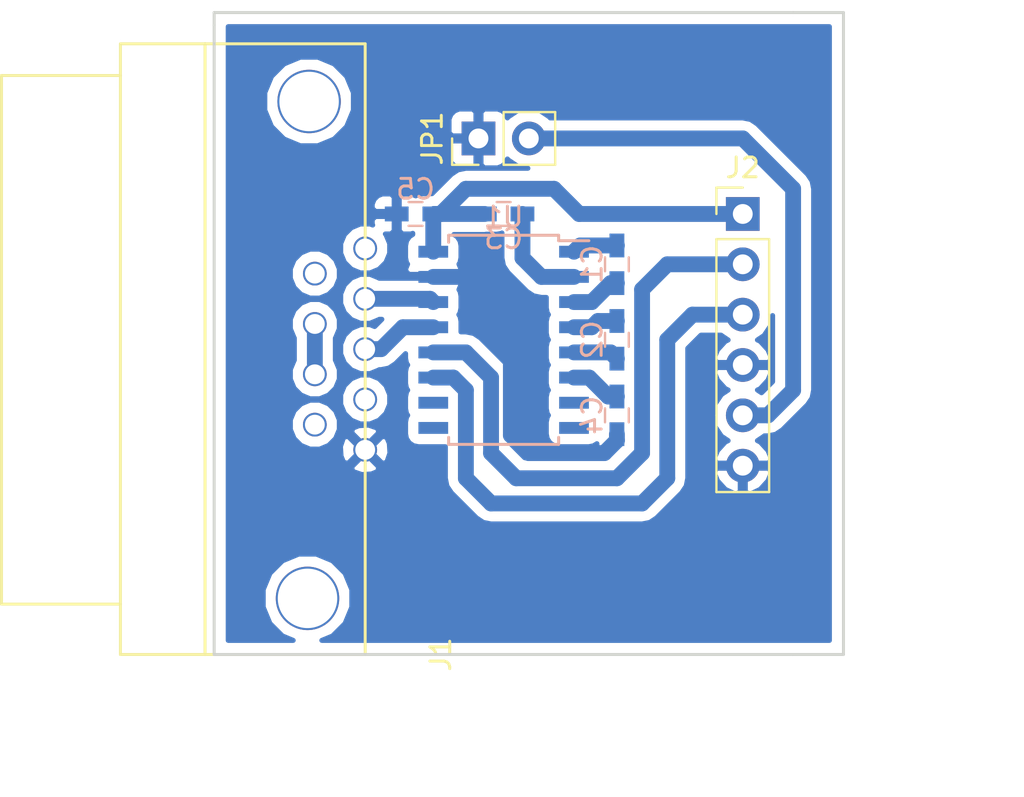
<source format=kicad_pcb>
(kicad_pcb (version 4) (host pcbnew 4.0.7)

  (general
    (links 21)
    (no_connects 0)
    (area 113.454999 87.63 169.14 127.921428)
    (thickness 1.6)
    (drawings 9)
    (tracks 60)
    (zones 0)
    (modules 9)
    (nets 23)
  )

  (page A4)
  (layers
    (0 F.Cu signal)
    (31 B.Cu signal)
    (32 B.Adhes user)
    (33 F.Adhes user)
    (34 B.Paste user)
    (35 F.Paste user)
    (36 B.SilkS user)
    (37 F.SilkS user)
    (38 B.Mask user)
    (39 F.Mask user)
    (40 Dwgs.User user)
    (41 Cmts.User user)
    (42 Eco1.User user)
    (43 Eco2.User user)
    (44 Edge.Cuts user)
    (45 Margin user)
    (46 B.CrtYd user)
    (47 F.CrtYd user)
    (48 B.Fab user)
    (49 F.Fab user)
  )

  (setup
    (last_trace_width 0.25)
    (user_trace_width 0.8)
    (trace_clearance 0.2)
    (zone_clearance 0.508)
    (zone_45_only yes)
    (trace_min 0.2)
    (segment_width 0.2)
    (edge_width 0.15)
    (via_size 0.6)
    (via_drill 0.4)
    (via_min_size 0.4)
    (via_min_drill 0.3)
    (user_via 1.5 1)
    (uvia_size 0.3)
    (uvia_drill 0.1)
    (uvias_allowed no)
    (uvia_min_size 0.2)
    (uvia_min_drill 0.1)
    (pcb_text_width 0.3)
    (pcb_text_size 1.5 1.5)
    (mod_edge_width 0.15)
    (mod_text_size 1 1)
    (mod_text_width 0.15)
    (pad_size 1.524 1.524)
    (pad_drill 0.762)
    (pad_to_mask_clearance 0.2)
    (aux_axis_origin 0 0)
    (visible_elements FFFFFF7F)
    (pcbplotparams
      (layerselection 0x01000_80000001)
      (usegerberextensions false)
      (excludeedgelayer true)
      (linewidth 0.100000)
      (plotframeref false)
      (viasonmask false)
      (mode 1)
      (useauxorigin false)
      (hpglpennumber 1)
      (hpglpenspeed 20)
      (hpglpendiameter 15)
      (hpglpenoverlay 2)
      (psnegative false)
      (psa4output false)
      (plotreference true)
      (plotvalue true)
      (plotinvisibletext false)
      (padsonsilk false)
      (subtractmaskfromsilk false)
      (outputformat 1)
      (mirror false)
      (drillshape 0)
      (scaleselection 1)
      (outputdirectory ""))
  )

  (net 0 "")
  (net 1 "Net-(C1-Pad1)")
  (net 2 "Net-(C1-Pad2)")
  (net 3 "Net-(C2-Pad1)")
  (net 4 "Net-(C2-Pad2)")
  (net 5 VCC)
  (net 6 "Net-(C3-Pad2)")
  (net 7 "Net-(C4-Pad1)")
  (net 8 GND)
  (net 9 R1IN)
  (net 10 "Net-(J1-Pad4)")
  (net 11 T1OUT)
  (net 12 "Net-(J1-Pad1)")
  (net 13 "Net-(J1-Pad9)")
  (net 14 "Net-(J1-Pad7)")
  (net 15 "Net-(J1-Pad6)")
  (net 16 R1OUT)
  (net 17 T1IN)
  (net 18 "Net-(J2-Pad5)")
  (net 19 "Net-(U1-Pad7)")
  (net 20 "Net-(U1-Pad8)")
  (net 21 "Net-(U1-Pad9)")
  (net 22 "Net-(U1-Pad10)")

  (net_class Default "これは標準のネット クラスです。"
    (clearance 0.2)
    (trace_width 0.25)
    (via_dia 0.6)
    (via_drill 0.4)
    (uvia_dia 0.3)
    (uvia_drill 0.1)
    (add_net GND)
    (add_net "Net-(C1-Pad1)")
    (add_net "Net-(C1-Pad2)")
    (add_net "Net-(C2-Pad1)")
    (add_net "Net-(C2-Pad2)")
    (add_net "Net-(C3-Pad2)")
    (add_net "Net-(C4-Pad1)")
    (add_net "Net-(J1-Pad1)")
    (add_net "Net-(J1-Pad4)")
    (add_net "Net-(J1-Pad6)")
    (add_net "Net-(J1-Pad7)")
    (add_net "Net-(J1-Pad9)")
    (add_net "Net-(J2-Pad5)")
    (add_net "Net-(U1-Pad10)")
    (add_net "Net-(U1-Pad7)")
    (add_net "Net-(U1-Pad8)")
    (add_net "Net-(U1-Pad9)")
    (add_net R1IN)
    (add_net R1OUT)
    (add_net T1IN)
    (add_net T1OUT)
    (add_net VCC)
  )

  (module Capacitors_SMD:C_0603_HandSoldering (layer B.Cu) (tedit 58AA848B) (tstamp 5B24D302)
    (at 144.78 100.965 270)
    (descr "Capacitor SMD 0603, hand soldering")
    (tags "capacitor 0603")
    (path /5B22F4D4)
    (attr smd)
    (fp_text reference C1 (at 0 1.25 270) (layer B.SilkS)
      (effects (font (size 1 1) (thickness 0.15)) (justify mirror))
    )
    (fp_text value 0.1uF (at 0 -1.5 270) (layer B.Fab)
      (effects (font (size 1 1) (thickness 0.15)) (justify mirror))
    )
    (fp_text user %R (at 0 1.25 270) (layer B.Fab)
      (effects (font (size 1 1) (thickness 0.15)) (justify mirror))
    )
    (fp_line (start -0.8 -0.4) (end -0.8 0.4) (layer B.Fab) (width 0.1))
    (fp_line (start 0.8 -0.4) (end -0.8 -0.4) (layer B.Fab) (width 0.1))
    (fp_line (start 0.8 0.4) (end 0.8 -0.4) (layer B.Fab) (width 0.1))
    (fp_line (start -0.8 0.4) (end 0.8 0.4) (layer B.Fab) (width 0.1))
    (fp_line (start -0.35 0.6) (end 0.35 0.6) (layer B.SilkS) (width 0.12))
    (fp_line (start 0.35 -0.6) (end -0.35 -0.6) (layer B.SilkS) (width 0.12))
    (fp_line (start -1.8 0.65) (end 1.8 0.65) (layer B.CrtYd) (width 0.05))
    (fp_line (start -1.8 0.65) (end -1.8 -0.65) (layer B.CrtYd) (width 0.05))
    (fp_line (start 1.8 -0.65) (end 1.8 0.65) (layer B.CrtYd) (width 0.05))
    (fp_line (start 1.8 -0.65) (end -1.8 -0.65) (layer B.CrtYd) (width 0.05))
    (pad 1 smd rect (at -0.95 0 270) (size 1.2 0.75) (layers B.Cu B.Paste B.Mask)
      (net 1 "Net-(C1-Pad1)"))
    (pad 2 smd rect (at 0.95 0 270) (size 1.2 0.75) (layers B.Cu B.Paste B.Mask)
      (net 2 "Net-(C1-Pad2)"))
    (model Capacitors_SMD.3dshapes/C_0603.wrl
      (at (xyz 0 0 0))
      (scale (xyz 1 1 1))
      (rotate (xyz 0 0 0))
    )
  )

  (module Capacitors_SMD:C_0603_HandSoldering (layer B.Cu) (tedit 58AA848B) (tstamp 5B24D313)
    (at 144.78 104.775 270)
    (descr "Capacitor SMD 0603, hand soldering")
    (tags "capacitor 0603")
    (path /5B22F4AD)
    (attr smd)
    (fp_text reference C2 (at 0 1.25 270) (layer B.SilkS)
      (effects (font (size 1 1) (thickness 0.15)) (justify mirror))
    )
    (fp_text value 0.1uF (at 0 -1.5 270) (layer B.Fab)
      (effects (font (size 1 1) (thickness 0.15)) (justify mirror))
    )
    (fp_text user %R (at 0 1.25 270) (layer B.Fab)
      (effects (font (size 1 1) (thickness 0.15)) (justify mirror))
    )
    (fp_line (start -0.8 -0.4) (end -0.8 0.4) (layer B.Fab) (width 0.1))
    (fp_line (start 0.8 -0.4) (end -0.8 -0.4) (layer B.Fab) (width 0.1))
    (fp_line (start 0.8 0.4) (end 0.8 -0.4) (layer B.Fab) (width 0.1))
    (fp_line (start -0.8 0.4) (end 0.8 0.4) (layer B.Fab) (width 0.1))
    (fp_line (start -0.35 0.6) (end 0.35 0.6) (layer B.SilkS) (width 0.12))
    (fp_line (start 0.35 -0.6) (end -0.35 -0.6) (layer B.SilkS) (width 0.12))
    (fp_line (start -1.8 0.65) (end 1.8 0.65) (layer B.CrtYd) (width 0.05))
    (fp_line (start -1.8 0.65) (end -1.8 -0.65) (layer B.CrtYd) (width 0.05))
    (fp_line (start 1.8 -0.65) (end 1.8 0.65) (layer B.CrtYd) (width 0.05))
    (fp_line (start 1.8 -0.65) (end -1.8 -0.65) (layer B.CrtYd) (width 0.05))
    (pad 1 smd rect (at -0.95 0 270) (size 1.2 0.75) (layers B.Cu B.Paste B.Mask)
      (net 3 "Net-(C2-Pad1)"))
    (pad 2 smd rect (at 0.95 0 270) (size 1.2 0.75) (layers B.Cu B.Paste B.Mask)
      (net 4 "Net-(C2-Pad2)"))
    (model Capacitors_SMD.3dshapes/C_0603.wrl
      (at (xyz 0 0 0))
      (scale (xyz 1 1 1))
      (rotate (xyz 0 0 0))
    )
  )

  (module Capacitors_SMD:C_0603_HandSoldering (layer B.Cu) (tedit 5B24D2D2) (tstamp 5B24D324)
    (at 139.065 98.425)
    (descr "Capacitor SMD 0603, hand soldering")
    (tags "capacitor 0603")
    (path /5B22FCA2)
    (attr smd)
    (fp_text reference C3 (at 0 1.25) (layer B.SilkS)
      (effects (font (size 1 1) (thickness 0.15)) (justify mirror))
    )
    (fp_text value 0.1uF (at 0.0889 2.9464) (layer B.Fab)
      (effects (font (size 1 1) (thickness 0.15)) (justify mirror))
    )
    (fp_text user %R (at 0 1.25) (layer B.Fab)
      (effects (font (size 1 1) (thickness 0.15)) (justify mirror))
    )
    (fp_line (start -0.8 -0.4) (end -0.8 0.4) (layer B.Fab) (width 0.1))
    (fp_line (start 0.8 -0.4) (end -0.8 -0.4) (layer B.Fab) (width 0.1))
    (fp_line (start 0.8 0.4) (end 0.8 -0.4) (layer B.Fab) (width 0.1))
    (fp_line (start -0.8 0.4) (end 0.8 0.4) (layer B.Fab) (width 0.1))
    (fp_line (start -0.35 0.6) (end 0.35 0.6) (layer B.SilkS) (width 0.12))
    (fp_line (start 0.35 -0.6) (end -0.35 -0.6) (layer B.SilkS) (width 0.12))
    (fp_line (start -1.8 0.65) (end 1.8 0.65) (layer B.CrtYd) (width 0.05))
    (fp_line (start -1.8 0.65) (end -1.8 -0.65) (layer B.CrtYd) (width 0.05))
    (fp_line (start 1.8 -0.65) (end 1.8 0.65) (layer B.CrtYd) (width 0.05))
    (fp_line (start 1.8 -0.65) (end -1.8 -0.65) (layer B.CrtYd) (width 0.05))
    (pad 1 smd rect (at -0.95 0) (size 1.2 0.75) (layers B.Cu B.Paste B.Mask)
      (net 5 VCC))
    (pad 2 smd rect (at 0.95 0) (size 1.2 0.75) (layers B.Cu B.Paste B.Mask)
      (net 6 "Net-(C3-Pad2)"))
    (model Capacitors_SMD.3dshapes/C_0603.wrl
      (at (xyz 0 0 0))
      (scale (xyz 1 1 1))
      (rotate (xyz 0 0 0))
    )
  )

  (module Capacitors_SMD:C_0603_HandSoldering (layer B.Cu) (tedit 58AA848B) (tstamp 5B24D335)
    (at 144.78 108.585 270)
    (descr "Capacitor SMD 0603, hand soldering")
    (tags "capacitor 0603")
    (path /5B22F803)
    (attr smd)
    (fp_text reference C4 (at 0 1.25 270) (layer B.SilkS)
      (effects (font (size 1 1) (thickness 0.15)) (justify mirror))
    )
    (fp_text value 0.1uF (at 0 -1.5 270) (layer B.Fab)
      (effects (font (size 1 1) (thickness 0.15)) (justify mirror))
    )
    (fp_text user %R (at 0 1.25 270) (layer B.Fab)
      (effects (font (size 1 1) (thickness 0.15)) (justify mirror))
    )
    (fp_line (start -0.8 -0.4) (end -0.8 0.4) (layer B.Fab) (width 0.1))
    (fp_line (start 0.8 -0.4) (end -0.8 -0.4) (layer B.Fab) (width 0.1))
    (fp_line (start 0.8 0.4) (end 0.8 -0.4) (layer B.Fab) (width 0.1))
    (fp_line (start -0.8 0.4) (end 0.8 0.4) (layer B.Fab) (width 0.1))
    (fp_line (start -0.35 0.6) (end 0.35 0.6) (layer B.SilkS) (width 0.12))
    (fp_line (start 0.35 -0.6) (end -0.35 -0.6) (layer B.SilkS) (width 0.12))
    (fp_line (start -1.8 0.65) (end 1.8 0.65) (layer B.CrtYd) (width 0.05))
    (fp_line (start -1.8 0.65) (end -1.8 -0.65) (layer B.CrtYd) (width 0.05))
    (fp_line (start 1.8 -0.65) (end 1.8 0.65) (layer B.CrtYd) (width 0.05))
    (fp_line (start 1.8 -0.65) (end -1.8 -0.65) (layer B.CrtYd) (width 0.05))
    (pad 1 smd rect (at -0.95 0 270) (size 1.2 0.75) (layers B.Cu B.Paste B.Mask)
      (net 7 "Net-(C4-Pad1)"))
    (pad 2 smd rect (at 0.95 0 270) (size 1.2 0.75) (layers B.Cu B.Paste B.Mask)
      (net 8 GND))
    (model Capacitors_SMD.3dshapes/C_0603.wrl
      (at (xyz 0 0 0))
      (scale (xyz 1 1 1))
      (rotate (xyz 0 0 0))
    )
  )

  (module Capacitors_SMD:C_0603_HandSoldering (layer B.Cu) (tedit 58AA848B) (tstamp 5B24D346)
    (at 134.62 98.425 180)
    (descr "Capacitor SMD 0603, hand soldering")
    (tags "capacitor 0603")
    (path /5B22F9C7)
    (attr smd)
    (fp_text reference C5 (at 0 1.25 180) (layer B.SilkS)
      (effects (font (size 1 1) (thickness 0.15)) (justify mirror))
    )
    (fp_text value 0.1uF (at 0 -1.5 180) (layer B.Fab)
      (effects (font (size 1 1) (thickness 0.15)) (justify mirror))
    )
    (fp_text user %R (at 0 1.25 180) (layer B.Fab)
      (effects (font (size 1 1) (thickness 0.15)) (justify mirror))
    )
    (fp_line (start -0.8 -0.4) (end -0.8 0.4) (layer B.Fab) (width 0.1))
    (fp_line (start 0.8 -0.4) (end -0.8 -0.4) (layer B.Fab) (width 0.1))
    (fp_line (start 0.8 0.4) (end 0.8 -0.4) (layer B.Fab) (width 0.1))
    (fp_line (start -0.8 0.4) (end 0.8 0.4) (layer B.Fab) (width 0.1))
    (fp_line (start -0.35 0.6) (end 0.35 0.6) (layer B.SilkS) (width 0.12))
    (fp_line (start 0.35 -0.6) (end -0.35 -0.6) (layer B.SilkS) (width 0.12))
    (fp_line (start -1.8 0.65) (end 1.8 0.65) (layer B.CrtYd) (width 0.05))
    (fp_line (start -1.8 0.65) (end -1.8 -0.65) (layer B.CrtYd) (width 0.05))
    (fp_line (start 1.8 -0.65) (end 1.8 0.65) (layer B.CrtYd) (width 0.05))
    (fp_line (start 1.8 -0.65) (end -1.8 -0.65) (layer B.CrtYd) (width 0.05))
    (pad 1 smd rect (at -0.95 0 180) (size 1.2 0.75) (layers B.Cu B.Paste B.Mask)
      (net 5 VCC))
    (pad 2 smd rect (at 0.95 0 180) (size 1.2 0.75) (layers B.Cu B.Paste B.Mask)
      (net 8 GND))
    (model Capacitors_SMD.3dshapes/C_0603.wrl
      (at (xyz 0 0 0))
      (scale (xyz 1 1 1))
      (rotate (xyz 0 0 0))
    )
  )

  (module "MyLib:D-SUB Position 9 rightangle" (layer F.Cu) (tedit 5B24B89B) (tstamp 5B24D35D)
    (at 132.08 120.65 90)
    (path /5B22F1AF)
    (fp_text reference J1 (at 0 3.81 90) (layer F.SilkS)
      (effects (font (size 1 1) (thickness 0.15)))
    )
    (fp_text value TIA/EIA-232-Male (at 0 2.54 90) (layer F.Fab)
      (effects (font (size 1 1) (thickness 0.15)))
    )
    (fp_line (start 29.21 -18.35) (end 29.21 -12.35) (layer F.SilkS) (width 0.15))
    (fp_line (start 2.54 -18.35) (end 2.54 -12.35) (layer F.SilkS) (width 0.15))
    (fp_line (start 2.54 -18.35) (end 29.21 -18.35) (layer F.SilkS) (width 0.15))
    (fp_line (start 0 -8.08) (end 30.82 -8.08) (layer F.SilkS) (width 0.15))
    (fp_line (start 30.81 0) (end 0 0) (layer F.SilkS) (width 0.15))
    (fp_line (start 30.81 -12.35) (end 30.81 0) (layer F.SilkS) (width 0.15))
    (fp_line (start 0 0) (end 0 -12.35) (layer F.SilkS) (width 0.15))
    (fp_line (start 0 -12.35) (end 30.81 -12.35) (layer F.SilkS) (width 0.15))
    (pad "" thru_hole circle (at 2.83 -2.91 90) (size 3.2 3.2) (drill 3) (layers *.Cu *.Mask))
    (pad "" thru_hole circle (at 27.9 -2.83 90) (size 3.2 3.2) (drill 3) (layers *.Cu *.Mask))
    (pad 3 thru_hole circle (at 15.405 0 90) (size 1.2 1.2) (drill 1) (layers *.Cu *.Mask)
      (net 9 R1IN))
    (pad 4 thru_hole circle (at 12.865 0 90) (size 1.2 1.2) (drill 1) (layers *.Cu *.Mask)
      (net 10 "Net-(J1-Pad4)"))
    (pad 2 thru_hole circle (at 17.945 0 90) (size 1.2 1.2) (drill 1) (layers *.Cu *.Mask)
      (net 11 T1OUT))
    (pad 1 thru_hole circle (at 20.485 0 90) (size 1.2 1.2) (drill 1) (layers *.Cu *.Mask)
      (net 12 "Net-(J1-Pad1)"))
    (pad 5 thru_hole circle (at 10.325 0 90) (size 1.2 1.2) (drill 1) (layers *.Cu *.Mask)
      (net 8 GND))
    (pad 9 thru_hole circle (at 11.595 -2.54 90) (size 1.2 1.2) (drill 1) (layers *.Cu *.Mask)
      (net 13 "Net-(J1-Pad9)"))
    (pad 8 thru_hole circle (at 14.135 -2.54 90) (size 1.2 1.2) (drill 1) (layers *.Cu *.Mask)
      (net 14 "Net-(J1-Pad7)"))
    (pad 7 thru_hole circle (at 16.675 -2.54 90) (size 1.2 1.2) (drill 1) (layers *.Cu *.Mask)
      (net 14 "Net-(J1-Pad7)"))
    (pad 6 thru_hole circle (at 19.215 -2.54 90) (size 1.2 1.2) (drill 1) (layers *.Cu *.Mask)
      (net 15 "Net-(J1-Pad6)"))
  )

  (module Pin_Headers:Pin_Header_Straight_1x06_Pitch2.54mm (layer F.Cu) (tedit 59650532) (tstamp 5B24D377)
    (at 151.13 98.425)
    (descr "Through hole straight pin header, 1x06, 2.54mm pitch, single row")
    (tags "Through hole pin header THT 1x06 2.54mm single row")
    (path /5B230A0C)
    (fp_text reference J2 (at 0 -2.33) (layer F.SilkS)
      (effects (font (size 1 1) (thickness 0.15)))
    )
    (fp_text value USB (at 0 15.03) (layer F.Fab)
      (effects (font (size 1 1) (thickness 0.15)))
    )
    (fp_line (start -0.635 -1.27) (end 1.27 -1.27) (layer F.Fab) (width 0.1))
    (fp_line (start 1.27 -1.27) (end 1.27 13.97) (layer F.Fab) (width 0.1))
    (fp_line (start 1.27 13.97) (end -1.27 13.97) (layer F.Fab) (width 0.1))
    (fp_line (start -1.27 13.97) (end -1.27 -0.635) (layer F.Fab) (width 0.1))
    (fp_line (start -1.27 -0.635) (end -0.635 -1.27) (layer F.Fab) (width 0.1))
    (fp_line (start -1.33 14.03) (end 1.33 14.03) (layer F.SilkS) (width 0.12))
    (fp_line (start -1.33 1.27) (end -1.33 14.03) (layer F.SilkS) (width 0.12))
    (fp_line (start 1.33 1.27) (end 1.33 14.03) (layer F.SilkS) (width 0.12))
    (fp_line (start -1.33 1.27) (end 1.33 1.27) (layer F.SilkS) (width 0.12))
    (fp_line (start -1.33 0) (end -1.33 -1.33) (layer F.SilkS) (width 0.12))
    (fp_line (start -1.33 -1.33) (end 0 -1.33) (layer F.SilkS) (width 0.12))
    (fp_line (start -1.8 -1.8) (end -1.8 14.5) (layer F.CrtYd) (width 0.05))
    (fp_line (start -1.8 14.5) (end 1.8 14.5) (layer F.CrtYd) (width 0.05))
    (fp_line (start 1.8 14.5) (end 1.8 -1.8) (layer F.CrtYd) (width 0.05))
    (fp_line (start 1.8 -1.8) (end -1.8 -1.8) (layer F.CrtYd) (width 0.05))
    (fp_text user %R (at 0 6.35 90) (layer F.Fab)
      (effects (font (size 1 1) (thickness 0.15)))
    )
    (pad 1 thru_hole rect (at 0 0) (size 1.7 1.7) (drill 1) (layers *.Cu *.Mask)
      (net 5 VCC))
    (pad 2 thru_hole oval (at 0 2.54) (size 1.7 1.7) (drill 1) (layers *.Cu *.Mask)
      (net 16 R1OUT))
    (pad 3 thru_hole oval (at 0 5.08) (size 1.7 1.7) (drill 1) (layers *.Cu *.Mask)
      (net 17 T1IN))
    (pad 4 thru_hole oval (at 0 7.62) (size 1.7 1.7) (drill 1) (layers *.Cu *.Mask)
      (net 8 GND))
    (pad 5 thru_hole oval (at 0 10.16) (size 1.7 1.7) (drill 1) (layers *.Cu *.Mask)
      (net 18 "Net-(J2-Pad5)"))
    (pad 6 thru_hole oval (at 0 12.7) (size 1.7 1.7) (drill 1) (layers *.Cu *.Mask)
      (net 8 GND))
    (model ${KISYS3DMOD}/Pin_Headers.3dshapes/Pin_Header_Straight_1x06_Pitch2.54mm.wrl
      (at (xyz 0 0 0))
      (scale (xyz 1 1 1))
      (rotate (xyz 0 0 0))
    )
  )

  (module Pin_Headers:Pin_Header_Straight_1x02_Pitch2.54mm (layer F.Cu) (tedit 59650532) (tstamp 5B24D38D)
    (at 137.795 94.615 90)
    (descr "Through hole straight pin header, 1x02, 2.54mm pitch, single row")
    (tags "Through hole pin header THT 1x02 2.54mm single row")
    (path /5B230CB0)
    (fp_text reference JP1 (at 0 -2.33 90) (layer F.SilkS)
      (effects (font (size 1 1) (thickness 0.15)))
    )
    (fp_text value Reset (at 0 4.87 90) (layer F.Fab)
      (effects (font (size 1 1) (thickness 0.15)))
    )
    (fp_line (start -0.635 -1.27) (end 1.27 -1.27) (layer F.Fab) (width 0.1))
    (fp_line (start 1.27 -1.27) (end 1.27 3.81) (layer F.Fab) (width 0.1))
    (fp_line (start 1.27 3.81) (end -1.27 3.81) (layer F.Fab) (width 0.1))
    (fp_line (start -1.27 3.81) (end -1.27 -0.635) (layer F.Fab) (width 0.1))
    (fp_line (start -1.27 -0.635) (end -0.635 -1.27) (layer F.Fab) (width 0.1))
    (fp_line (start -1.33 3.87) (end 1.33 3.87) (layer F.SilkS) (width 0.12))
    (fp_line (start -1.33 1.27) (end -1.33 3.87) (layer F.SilkS) (width 0.12))
    (fp_line (start 1.33 1.27) (end 1.33 3.87) (layer F.SilkS) (width 0.12))
    (fp_line (start -1.33 1.27) (end 1.33 1.27) (layer F.SilkS) (width 0.12))
    (fp_line (start -1.33 0) (end -1.33 -1.33) (layer F.SilkS) (width 0.12))
    (fp_line (start -1.33 -1.33) (end 0 -1.33) (layer F.SilkS) (width 0.12))
    (fp_line (start -1.8 -1.8) (end -1.8 4.35) (layer F.CrtYd) (width 0.05))
    (fp_line (start -1.8 4.35) (end 1.8 4.35) (layer F.CrtYd) (width 0.05))
    (fp_line (start 1.8 4.35) (end 1.8 -1.8) (layer F.CrtYd) (width 0.05))
    (fp_line (start 1.8 -1.8) (end -1.8 -1.8) (layer F.CrtYd) (width 0.05))
    (fp_text user %R (at 0 1.27 180) (layer F.Fab)
      (effects (font (size 1 1) (thickness 0.15)))
    )
    (pad 1 thru_hole rect (at 0 0 90) (size 1.7 1.7) (drill 1) (layers *.Cu *.Mask)
      (net 8 GND))
    (pad 2 thru_hole oval (at 0 2.54 90) (size 1.7 1.7) (drill 1) (layers *.Cu *.Mask)
      (net 18 "Net-(J2-Pad5)"))
    (model ${KISYS3DMOD}/Pin_Headers.3dshapes/Pin_Header_Straight_1x02_Pitch2.54mm.wrl
      (at (xyz 0 0 0))
      (scale (xyz 1 1 1))
      (rotate (xyz 0 0 0))
    )
  )

  (module Housings_SOIC:SOIC-16W_5.3x10.2mm_Pitch1.27mm (layer B.Cu) (tedit 59822E37) (tstamp 5B24D3B2)
    (at 139.065 104.775 180)
    (descr "16-Lead Plastic Small Outline (SO) - Wide, 5.3 mm Body (http://www.ti.com/lit/ml/msop002a/msop002a.pdf)")
    (tags "SOIC 1.27")
    (path /5B230F17)
    (attr smd)
    (fp_text reference U1 (at 0 6.2 180) (layer B.SilkS)
      (effects (font (size 1 1) (thickness 0.15)) (justify mirror))
    )
    (fp_text value MAX232 (at 0 -6.2 180) (layer B.Fab)
      (effects (font (size 1 1) (thickness 0.15)) (justify mirror))
    )
    (fp_text user %R (at 0 0 180) (layer B.Fab)
      (effects (font (size 1 1) (thickness 0.15)) (justify mirror))
    )
    (fp_line (start -1.65 5.1) (end 2.65 5.1) (layer B.Fab) (width 0.15))
    (fp_line (start 2.65 5.1) (end 2.65 -5.1) (layer B.Fab) (width 0.15))
    (fp_line (start 2.65 -5.1) (end -2.65 -5.1) (layer B.Fab) (width 0.15))
    (fp_line (start -2.65 -5.1) (end -2.65 4.1) (layer B.Fab) (width 0.15))
    (fp_line (start -2.65 4.1) (end -1.65 5.1) (layer B.Fab) (width 0.15))
    (fp_line (start -4.55 5.45) (end -4.55 -5.45) (layer B.CrtYd) (width 0.05))
    (fp_line (start 4.55 5.45) (end 4.55 -5.45) (layer B.CrtYd) (width 0.05))
    (fp_line (start -4.55 5.45) (end 4.55 5.45) (layer B.CrtYd) (width 0.05))
    (fp_line (start -4.55 -5.45) (end 4.55 -5.45) (layer B.CrtYd) (width 0.05))
    (fp_line (start -2.775 5.275) (end -2.775 5) (layer B.SilkS) (width 0.15))
    (fp_line (start 2.775 5.275) (end 2.775 4.92) (layer B.SilkS) (width 0.15))
    (fp_line (start 2.775 -5.275) (end 2.775 -4.92) (layer B.SilkS) (width 0.15))
    (fp_line (start -2.775 -5.275) (end -2.775 -4.92) (layer B.SilkS) (width 0.15))
    (fp_line (start -2.775 5.275) (end 2.775 5.275) (layer B.SilkS) (width 0.15))
    (fp_line (start -2.775 -5.275) (end 2.775 -5.275) (layer B.SilkS) (width 0.15))
    (fp_line (start -2.775 5) (end -4.3 5) (layer B.SilkS) (width 0.15))
    (pad 1 smd rect (at -3.55 4.445 180) (size 1.5 0.6) (layers B.Cu B.Paste B.Mask)
      (net 1 "Net-(C1-Pad1)"))
    (pad 2 smd rect (at -3.55 3.175 180) (size 1.5 0.6) (layers B.Cu B.Paste B.Mask)
      (net 6 "Net-(C3-Pad2)"))
    (pad 3 smd rect (at -3.55 1.905 180) (size 1.5 0.6) (layers B.Cu B.Paste B.Mask)
      (net 2 "Net-(C1-Pad2)"))
    (pad 4 smd rect (at -3.55 0.635 180) (size 1.5 0.6) (layers B.Cu B.Paste B.Mask)
      (net 3 "Net-(C2-Pad1)"))
    (pad 5 smd rect (at -3.55 -0.635 180) (size 1.5 0.6) (layers B.Cu B.Paste B.Mask)
      (net 4 "Net-(C2-Pad2)"))
    (pad 6 smd rect (at -3.55 -1.905 180) (size 1.5 0.6) (layers B.Cu B.Paste B.Mask)
      (net 7 "Net-(C4-Pad1)"))
    (pad 7 smd rect (at -3.55 -3.175 180) (size 1.5 0.6) (layers B.Cu B.Paste B.Mask)
      (net 19 "Net-(U1-Pad7)"))
    (pad 8 smd rect (at -3.55 -4.445 180) (size 1.5 0.6) (layers B.Cu B.Paste B.Mask)
      (net 20 "Net-(U1-Pad8)"))
    (pad 9 smd rect (at 3.55 -4.445 180) (size 1.5 0.6) (layers B.Cu B.Paste B.Mask)
      (net 21 "Net-(U1-Pad9)"))
    (pad 10 smd rect (at 3.55 -3.175 180) (size 1.5 0.6) (layers B.Cu B.Paste B.Mask)
      (net 22 "Net-(U1-Pad10)"))
    (pad 11 smd rect (at 3.55 -1.905 180) (size 1.5 0.6) (layers B.Cu B.Paste B.Mask)
      (net 17 T1IN))
    (pad 12 smd rect (at 3.55 -0.635 180) (size 1.5 0.6) (layers B.Cu B.Paste B.Mask)
      (net 16 R1OUT))
    (pad 13 smd rect (at 3.55 0.635 180) (size 1.5 0.6) (layers B.Cu B.Paste B.Mask)
      (net 9 R1IN))
    (pad 14 smd rect (at 3.55 1.905 180) (size 1.5 0.6) (layers B.Cu B.Paste B.Mask)
      (net 11 T1OUT))
    (pad 15 smd rect (at 3.55 3.175 180) (size 1.5 0.6) (layers B.Cu B.Paste B.Mask)
      (net 8 GND))
    (pad 16 smd rect (at 3.55 4.445 180) (size 1.5 0.6) (layers B.Cu B.Paste B.Mask)
      (net 5 VCC))
    (model ${KISYS3DMOD}/Housings_SOIC.3dshapes/SOIC-16W_5.3x10.2mm_Pitch1.27mm.wrl
      (at (xyz 0 0 0))
      (scale (xyz 1 1 1))
      (rotate (xyz 0 0 0))
    )
  )

  (dimension 32.385 (width 0.3) (layer Cmts.User)
    (gr_text "32.385 mm" (at 162.64 104.4575 90) (layer Cmts.User)
      (effects (font (size 1.5 1.5) (thickness 0.3)))
    )
    (feature1 (pts (xy 156.21 88.265) (xy 163.99 88.265)))
    (feature2 (pts (xy 156.21 120.65) (xy 163.99 120.65)))
    (crossbar (pts (xy 161.29 120.65) (xy 161.29 88.265)))
    (arrow1a (pts (xy 161.29 88.265) (xy 161.876421 89.391504)))
    (arrow1b (pts (xy 161.29 88.265) (xy 160.703579 89.391504)))
    (arrow2a (pts (xy 161.29 120.65) (xy 161.876421 119.523496)))
    (arrow2b (pts (xy 161.29 120.65) (xy 160.703579 119.523496)))
  )
  (dimension 31.75 (width 0.3) (layer Cmts.User)
    (gr_text "31.750 mm" (at 140.335 126.445) (layer Cmts.User)
      (effects (font (size 1.5 1.5) (thickness 0.3)))
    )
    (feature1 (pts (xy 124.46 120.65) (xy 124.46 127.795)))
    (feature2 (pts (xy 156.21 120.65) (xy 156.21 127.795)))
    (crossbar (pts (xy 156.21 125.095) (xy 124.46 125.095)))
    (arrow1a (pts (xy 124.46 125.095) (xy 125.586504 124.508579)))
    (arrow1b (pts (xy 124.46 125.095) (xy 125.586504 125.681421)))
    (arrow2a (pts (xy 156.21 125.095) (xy 155.083496 124.508579)))
    (arrow2b (pts (xy 156.21 125.095) (xy 155.083496 125.681421)))
  )
  (gr_line (start 156.21 120.65) (end 153.67 120.65) (angle 90) (layer Edge.Cuts) (width 0.15))
  (gr_line (start 156.21 88.265) (end 156.21 120.65) (angle 90) (layer Edge.Cuts) (width 0.15))
  (gr_line (start 153.67 88.265) (end 156.21 88.265) (angle 90) (layer Edge.Cuts) (width 0.15))
  (gr_line (start 124.46 88.265) (end 124.46 88.9) (angle 90) (layer Edge.Cuts) (width 0.15))
  (gr_line (start 153.67 88.265) (end 124.46 88.265) (angle 90) (layer Edge.Cuts) (width 0.15))
  (gr_line (start 124.46 120.65) (end 153.67 120.65) (angle 90) (layer Edge.Cuts) (width 0.15))
  (gr_line (start 124.46 88.9) (end 124.46 120.65) (angle 90) (layer Edge.Cuts) (width 0.15))

  (segment (start 144.78 100.015) (end 142.93 100.015) (width 0.8) (layer B.Cu) (net 1))
  (segment (start 142.93 100.015) (end 142.615 100.33) (width 0.8) (layer B.Cu) (net 1) (tstamp 5B24D69D))
  (segment (start 144.78 101.915) (end 144.465 101.915) (width 0.8) (layer B.Cu) (net 2))
  (segment (start 144.465 101.915) (end 143.51 102.87) (width 0.8) (layer B.Cu) (net 2) (tstamp 5B24D6A0))
  (segment (start 143.51 102.87) (end 142.615 102.87) (width 0.8) (layer B.Cu) (net 2) (tstamp 5B24D6A1))
  (segment (start 144.78 103.825) (end 143.825 103.825) (width 0.8) (layer B.Cu) (net 3))
  (segment (start 143.51 104.14) (end 142.615 104.14) (width 0.8) (layer B.Cu) (net 3) (tstamp 5B24D6A5))
  (segment (start 143.825 103.825) (end 143.51 104.14) (width 0.8) (layer B.Cu) (net 3) (tstamp 5B24D6A4))
  (segment (start 142.615 105.41) (end 144.465 105.41) (width 0.8) (layer B.Cu) (net 4))
  (segment (start 144.465 105.41) (end 144.78 105.725) (width 0.8) (layer B.Cu) (net 4) (tstamp 5B24D6C3))
  (segment (start 151.13 98.425) (end 142.875 98.425) (width 0.8) (layer B.Cu) (net 5))
  (segment (start 137.16 97.155) (end 135.89 98.425) (width 0.8) (layer B.Cu) (net 5) (tstamp 5B24D5E5))
  (segment (start 141.605 97.155) (end 137.16 97.155) (width 0.8) (layer B.Cu) (net 5) (tstamp 5B24D5E4))
  (segment (start 142.875 98.425) (end 141.605 97.155) (width 0.8) (layer B.Cu) (net 5) (tstamp 5B24D5E3))
  (segment (start 135.89 98.425) (end 135.57 98.425) (width 0.8) (layer B.Cu) (net 5) (tstamp 5B24D5E7))
  (segment (start 138.115 98.425) (end 135.57 98.425) (width 0.8) (layer B.Cu) (net 5))
  (segment (start 135.515 100.33) (end 135.515 98.48) (width 0.8) (layer B.Cu) (net 5))
  (segment (start 135.515 98.48) (end 135.57 98.425) (width 0.8) (layer B.Cu) (net 5) (tstamp 5B24D5BC))
  (segment (start 140.015 98.425) (end 140.015 100.645) (width 0.8) (layer B.Cu) (net 6))
  (segment (start 140.97 101.6) (end 142.615 101.6) (width 0.8) (layer B.Cu) (net 6) (tstamp 5B24D5C2))
  (segment (start 140.015 100.645) (end 140.97 101.6) (width 0.8) (layer B.Cu) (net 6) (tstamp 5B24D5C1))
  (segment (start 142.615 106.68) (end 143.383 106.68) (width 0.8) (layer B.Cu) (net 7))
  (segment (start 144.338 107.635) (end 144.78 107.635) (width 0.8) (layer B.Cu) (net 7) (tstamp 5B24D6C7))
  (segment (start 143.383 106.68) (end 144.338 107.635) (width 0.8) (layer B.Cu) (net 7) (tstamp 5B24D6C6))
  (segment (start 144.78 109.535) (end 144.78 109.855) (width 0.8) (layer B.Cu) (net 8))
  (segment (start 144.78 109.855) (end 144.145 110.49) (width 0.8) (layer B.Cu) (net 8) (tstamp 5B24D74C))
  (segment (start 144.145 110.49) (end 140.335 110.49) (width 0.8) (layer B.Cu) (net 8) (tstamp 5B24D74D))
  (segment (start 140.335 110.49) (end 139.430002 109.585002) (width 0.8) (layer B.Cu) (net 8) (tstamp 5B24D74E))
  (segment (start 139.430002 109.585002) (end 139.430002 102.600002) (width 0.8) (layer B.Cu) (net 8) (tstamp 5B24D74F))
  (segment (start 139.430002 102.600002) (end 138.43 101.6) (width 0.8) (layer B.Cu) (net 8) (tstamp 5B24D750))
  (segment (start 138.43 101.6) (end 135.515 101.6) (width 0.8) (layer B.Cu) (net 8) (tstamp 5B24D751))
  (segment (start 135.515 104.14) (end 133.985 104.14) (width 0.8) (layer B.Cu) (net 9))
  (segment (start 132.88 105.245) (end 132.08 105.245) (width 0.8) (layer B.Cu) (net 9) (tstamp 5B24D561))
  (segment (start 133.985 104.14) (end 132.88 105.245) (width 0.8) (layer B.Cu) (net 9) (tstamp 5B24D560))
  (segment (start 132.08 102.705) (end 135.35 102.705) (width 0.8) (layer B.Cu) (net 11))
  (segment (start 135.35 102.705) (end 135.515 102.87) (width 0.8) (layer B.Cu) (net 11) (tstamp 5B24D55D))
  (segment (start 129.54 103.975) (end 129.54 106.515) (width 0.8) (layer B.Cu) (net 14))
  (segment (start 151.13 100.965) (end 147.32 100.965) (width 0.8) (layer B.Cu) (net 16))
  (segment (start 137.16 105.41) (end 135.515 105.41) (width 0.8) (layer B.Cu) (net 16) (tstamp 5B24D749))
  (segment (start 138.43 106.68) (end 137.16 105.41) (width 0.8) (layer B.Cu) (net 16) (tstamp 5B24D748))
  (segment (start 138.43 110.49) (end 138.43 106.68) (width 0.8) (layer B.Cu) (net 16) (tstamp 5B24D747))
  (segment (start 139.7 111.76) (end 138.43 110.49) (width 0.8) (layer B.Cu) (net 16) (tstamp 5B24D746))
  (segment (start 144.78 111.76) (end 139.7 111.76) (width 0.8) (layer B.Cu) (net 16) (tstamp 5B24D745))
  (segment (start 146.05 110.49) (end 144.78 111.76) (width 0.8) (layer B.Cu) (net 16) (tstamp 5B24D744))
  (segment (start 146.05 102.235) (end 146.05 110.49) (width 0.8) (layer B.Cu) (net 16) (tstamp 5B24D743))
  (segment (start 147.32 100.965) (end 146.05 102.235) (width 0.8) (layer B.Cu) (net 16) (tstamp 5B24D742))
  (segment (start 135.515 106.68) (end 136.525 106.68) (width 0.8) (layer B.Cu) (net 17))
  (segment (start 148.59 103.505) (end 151.13 103.505) (width 0.8) (layer B.Cu) (net 17) (tstamp 5B24D73F))
  (segment (start 147.32 104.775) (end 148.59 103.505) (width 0.8) (layer B.Cu) (net 17) (tstamp 5B24D73E))
  (segment (start 147.32 111.76) (end 147.32 104.775) (width 0.8) (layer B.Cu) (net 17) (tstamp 5B24D73D))
  (segment (start 146.05 113.03) (end 147.32 111.76) (width 0.8) (layer B.Cu) (net 17) (tstamp 5B24D73C))
  (segment (start 138.43 113.03) (end 146.05 113.03) (width 0.8) (layer B.Cu) (net 17) (tstamp 5B24D73B))
  (segment (start 137.16 111.76) (end 138.43 113.03) (width 0.8) (layer B.Cu) (net 17) (tstamp 5B24D73A))
  (segment (start 137.16 107.315) (end 137.16 111.76) (width 0.8) (layer B.Cu) (net 17) (tstamp 5B24D739))
  (segment (start 136.525 106.68) (end 137.16 107.315) (width 0.8) (layer B.Cu) (net 17) (tstamp 5B24D738))
  (segment (start 140.335 94.615) (end 151.13 94.615) (width 0.8) (layer B.Cu) (net 18))
  (segment (start 152.4 108.585) (end 151.13 108.585) (width 0.8) (layer B.Cu) (net 18) (tstamp 5B24D761))
  (segment (start 153.67 107.315) (end 152.4 108.585) (width 0.8) (layer B.Cu) (net 18) (tstamp 5B24D760))
  (segment (start 153.67 97.155) (end 153.67 107.315) (width 0.8) (layer B.Cu) (net 18) (tstamp 5B24D75F))
  (segment (start 151.13 94.615) (end 153.67 97.155) (width 0.8) (layer B.Cu) (net 18) (tstamp 5B24D75D))

  (zone (net 8) (net_name GND) (layer B.Cu) (tstamp 5B24D75B) (hatch edge 0.508)
    (connect_pads (clearance 0.508))
    (min_thickness 0.254)
    (fill yes (arc_segments 16) (thermal_gap 0.508) (thermal_bridge_width 0.508))
    (polygon
      (pts
        (xy 123.825 87.63) (xy 157.48 87.63) (xy 157.48 121.92) (xy 123.825 121.92) (xy 123.825 117.475)
      )
    )
    (filled_polygon
      (pts
        (xy 155.5 119.94) (xy 129.891876 119.94) (xy 130.434372 119.715845) (xy 131.063636 119.087679) (xy 131.404611 118.266519)
        (xy 131.405387 117.377381) (xy 131.065845 116.555628) (xy 130.437679 115.926364) (xy 129.616519 115.585389) (xy 128.727381 115.584613)
        (xy 127.905628 115.924155) (xy 127.276364 116.552321) (xy 126.935389 117.373481) (xy 126.934613 118.262619) (xy 127.274155 119.084372)
        (xy 127.902321 119.713636) (xy 128.447467 119.94) (xy 125.17 119.94) (xy 125.17 111.187735) (xy 131.39687 111.187735)
        (xy 131.446383 111.413164) (xy 131.911036 111.572807) (xy 132.401413 111.542482) (xy 132.713617 111.413164) (xy 132.76313 111.187735)
        (xy 132.08 110.504605) (xy 131.39687 111.187735) (xy 125.17 111.187735) (xy 125.17 109.299579) (xy 128.304786 109.299579)
        (xy 128.492408 109.753657) (xy 128.839515 110.101371) (xy 129.293266 110.289785) (xy 129.784579 110.290214) (xy 130.109313 110.156036)
        (xy 130.832193 110.156036) (xy 130.862518 110.646413) (xy 130.991836 110.958617) (xy 131.217265 111.00813) (xy 131.900395 110.325)
        (xy 132.259605 110.325) (xy 132.942735 111.00813) (xy 133.168164 110.958617) (xy 133.327807 110.493964) (xy 133.297482 110.003587)
        (xy 133.168164 109.691383) (xy 132.942735 109.64187) (xy 132.259605 110.325) (xy 131.900395 110.325) (xy 131.217265 109.64187)
        (xy 130.991836 109.691383) (xy 130.832193 110.156036) (xy 130.109313 110.156036) (xy 130.238657 110.102592) (xy 130.586371 109.755485)
        (xy 130.708126 109.462265) (xy 131.39687 109.462265) (xy 132.08 110.145395) (xy 132.76313 109.462265) (xy 132.713617 109.236836)
        (xy 132.248964 109.077193) (xy 131.758587 109.107518) (xy 131.446383 109.236836) (xy 131.39687 109.462265) (xy 130.708126 109.462265)
        (xy 130.774785 109.301734) (xy 130.775214 108.810421) (xy 130.587592 108.356343) (xy 130.261399 108.029579) (xy 130.844786 108.029579)
        (xy 131.032408 108.483657) (xy 131.379515 108.831371) (xy 131.833266 109.019785) (xy 132.324579 109.020214) (xy 132.778657 108.832592)
        (xy 133.126371 108.485485) (xy 133.314785 108.031734) (xy 133.315214 107.540421) (xy 133.127592 107.086343) (xy 132.780485 106.738629)
        (xy 132.326734 106.550215) (xy 131.835421 106.549786) (xy 131.381343 106.737408) (xy 131.033629 107.084515) (xy 130.845215 107.538266)
        (xy 130.844786 108.029579) (xy 130.261399 108.029579) (xy 130.240485 108.008629) (xy 129.786734 107.820215) (xy 129.295421 107.819786)
        (xy 128.841343 108.007408) (xy 128.493629 108.354515) (xy 128.305215 108.808266) (xy 128.304786 109.299579) (xy 125.17 109.299579)
        (xy 125.17 104.219579) (xy 128.304786 104.219579) (xy 128.492408 104.673657) (xy 128.505 104.686271) (xy 128.505 105.803164)
        (xy 128.493629 105.814515) (xy 128.305215 106.268266) (xy 128.304786 106.759579) (xy 128.492408 107.213657) (xy 128.839515 107.561371)
        (xy 129.293266 107.749785) (xy 129.784579 107.750214) (xy 130.238657 107.562592) (xy 130.586371 107.215485) (xy 130.774785 106.761734)
        (xy 130.775214 106.270421) (xy 130.587592 105.816343) (xy 130.575 105.803729) (xy 130.575 104.686836) (xy 130.586371 104.675485)
        (xy 130.774785 104.221734) (xy 130.775214 103.730421) (xy 130.587592 103.276343) (xy 130.261399 102.949579) (xy 130.844786 102.949579)
        (xy 131.032408 103.403657) (xy 131.379515 103.751371) (xy 131.833266 103.939785) (xy 132.324579 103.940214) (xy 132.778657 103.752592)
        (xy 132.791271 103.74) (xy 132.921288 103.74) (xy 132.555911 104.105377) (xy 132.326734 104.010215) (xy 131.835421 104.009786)
        (xy 131.381343 104.197408) (xy 131.033629 104.544515) (xy 130.845215 104.998266) (xy 130.844786 105.489579) (xy 131.032408 105.943657)
        (xy 131.379515 106.291371) (xy 131.833266 106.479785) (xy 132.324579 106.480214) (xy 132.778657 106.292592) (xy 132.791271 106.28)
        (xy 132.879995 106.28) (xy 132.88 106.280001) (xy 133.276077 106.201215) (xy 133.611856 105.976856) (xy 134.11756 105.471152)
        (xy 134.11756 105.71) (xy 134.161838 105.945317) (xy 134.225678 106.044528) (xy 134.168569 106.12811) (xy 134.11756 106.38)
        (xy 134.11756 106.98) (xy 134.161838 107.215317) (xy 134.225678 107.314528) (xy 134.168569 107.39811) (xy 134.11756 107.65)
        (xy 134.11756 108.25) (xy 134.161838 108.485317) (xy 134.225678 108.584528) (xy 134.168569 108.66811) (xy 134.11756 108.92)
        (xy 134.11756 109.52) (xy 134.161838 109.755317) (xy 134.30091 109.971441) (xy 134.51311 110.116431) (xy 134.765 110.16744)
        (xy 136.125 110.16744) (xy 136.125 111.759995) (xy 136.124999 111.76) (xy 136.203785 112.156077) (xy 136.428144 112.491856)
        (xy 137.698142 113.761853) (xy 137.698144 113.761856) (xy 137.899429 113.896349) (xy 138.033922 113.986215) (xy 138.43 114.065001)
        (xy 138.430005 114.065) (xy 146.049995 114.065) (xy 146.05 114.065001) (xy 146.446077 113.986215) (xy 146.781856 113.761856)
        (xy 148.051853 112.491858) (xy 148.051856 112.491856) (xy 148.186349 112.290571) (xy 148.276215 112.156078) (xy 148.355001 111.76)
        (xy 148.355 111.759995) (xy 148.355 111.48189) (xy 149.688524 111.48189) (xy 149.858355 111.891924) (xy 150.248642 112.320183)
        (xy 150.773108 112.566486) (xy 151.003 112.445819) (xy 151.003 111.252) (xy 151.257 111.252) (xy 151.257 112.445819)
        (xy 151.486892 112.566486) (xy 152.011358 112.320183) (xy 152.401645 111.891924) (xy 152.571476 111.48189) (xy 152.450155 111.252)
        (xy 151.257 111.252) (xy 151.003 111.252) (xy 149.809845 111.252) (xy 149.688524 111.48189) (xy 148.355 111.48189)
        (xy 148.355 105.203712) (xy 149.018711 104.54) (xy 150.040794 104.54) (xy 150.050853 104.555054) (xy 150.391553 104.782702)
        (xy 150.248642 104.849817) (xy 149.858355 105.278076) (xy 149.688524 105.68811) (xy 149.809845 105.918) (xy 151.003 105.918)
        (xy 151.003 105.898) (xy 151.257 105.898) (xy 151.257 105.918) (xy 152.450155 105.918) (xy 152.571476 105.68811)
        (xy 152.401645 105.278076) (xy 152.011358 104.849817) (xy 151.868447 104.782702) (xy 152.209147 104.555054) (xy 152.531054 104.073285)
        (xy 152.635 103.550714) (xy 152.635 106.886289) (xy 152.075585 107.445703) (xy 151.868447 107.307298) (xy 152.011358 107.240183)
        (xy 152.401645 106.811924) (xy 152.571476 106.40189) (xy 152.450155 106.172) (xy 151.257 106.172) (xy 151.257 106.192)
        (xy 151.003 106.192) (xy 151.003 106.172) (xy 149.809845 106.172) (xy 149.688524 106.40189) (xy 149.858355 106.811924)
        (xy 150.248642 107.240183) (xy 150.391553 107.307298) (xy 150.050853 107.534946) (xy 149.728946 108.016715) (xy 149.615907 108.585)
        (xy 149.728946 109.153285) (xy 150.050853 109.635054) (xy 150.391553 109.862702) (xy 150.248642 109.929817) (xy 149.858355 110.358076)
        (xy 149.688524 110.76811) (xy 149.809845 110.998) (xy 151.003 110.998) (xy 151.003 110.978) (xy 151.257 110.978)
        (xy 151.257 110.998) (xy 152.450155 110.998) (xy 152.571476 110.76811) (xy 152.401645 110.358076) (xy 152.011358 109.929817)
        (xy 151.868447 109.862702) (xy 152.209147 109.635054) (xy 152.219206 109.62) (xy 152.399995 109.62) (xy 152.4 109.620001)
        (xy 152.796077 109.541215) (xy 153.131856 109.316856) (xy 154.401853 108.046858) (xy 154.401856 108.046856) (xy 154.553292 107.820215)
        (xy 154.626215 107.711078) (xy 154.705001 107.315) (xy 154.705 107.314995) (xy 154.705 97.155) (xy 154.626215 96.758923)
        (xy 154.626215 96.758922) (xy 154.536349 96.624429) (xy 154.401856 96.423144) (xy 154.401853 96.423142) (xy 151.861856 93.883144)
        (xy 151.526077 93.658785) (xy 151.13 93.579999) (xy 151.129995 93.58) (xy 141.414552 93.58) (xy 141.385054 93.535853)
        (xy 140.903285 93.213946) (xy 140.335 93.100907) (xy 139.766715 93.213946) (xy 139.284946 93.535853) (xy 139.255597 93.579777)
        (xy 139.183327 93.405302) (xy 139.004699 93.226673) (xy 138.77131 93.13) (xy 138.08075 93.13) (xy 137.922 93.28875)
        (xy 137.922 94.488) (xy 137.942 94.488) (xy 137.942 94.742) (xy 137.922 94.742) (xy 137.922 95.94125)
        (xy 138.08075 96.1) (xy 138.77131 96.1) (xy 139.004699 96.003327) (xy 139.183327 95.824698) (xy 139.255597 95.650223)
        (xy 139.284946 95.694147) (xy 139.766715 96.016054) (xy 140.289286 96.12) (xy 137.160005 96.12) (xy 137.16 96.119999)
        (xy 136.763922 96.198785) (xy 136.629429 96.288651) (xy 136.428144 96.423144) (xy 136.428142 96.423147) (xy 135.448728 97.40256)
        (xy 134.97 97.40256) (xy 134.734683 97.446838) (xy 134.631354 97.513329) (xy 134.629698 97.511673) (xy 134.396309 97.415)
        (xy 133.95575 97.415) (xy 133.797 97.57375) (xy 133.797 98.298) (xy 133.817 98.298) (xy 133.817 98.552)
        (xy 133.797 98.552) (xy 133.797 99.27625) (xy 133.95575 99.435) (xy 134.396309 99.435) (xy 134.48 99.400334)
        (xy 134.48 99.458808) (xy 134.313559 99.56591) (xy 134.168569 99.77811) (xy 134.11756 100.03) (xy 134.11756 100.63)
        (xy 134.161838 100.865317) (xy 134.220178 100.95598) (xy 134.13 101.17369) (xy 134.13 101.31425) (xy 134.28875 101.473)
        (xy 135.388 101.473) (xy 135.388 101.453) (xy 135.642 101.453) (xy 135.642 101.473) (xy 136.74125 101.473)
        (xy 136.9 101.31425) (xy 136.9 101.17369) (xy 136.810194 100.956878) (xy 136.861431 100.88189) (xy 136.91244 100.63)
        (xy 136.91244 100.03) (xy 136.868162 99.794683) (xy 136.72909 99.578559) (xy 136.555573 99.46) (xy 138.115 99.46)
        (xy 138.178143 99.44744) (xy 138.715 99.44744) (xy 138.950317 99.403162) (xy 138.98 99.384062) (xy 138.98 100.644995)
        (xy 138.979999 100.645) (xy 139.058785 101.041077) (xy 139.283144 101.376856) (xy 140.238142 102.331853) (xy 140.238144 102.331856)
        (xy 140.494523 102.503162) (xy 140.573923 102.556215) (xy 140.97 102.635001) (xy 140.970005 102.635) (xy 141.21756 102.635)
        (xy 141.21756 103.17) (xy 141.261838 103.405317) (xy 141.325678 103.504528) (xy 141.268569 103.58811) (xy 141.21756 103.84)
        (xy 141.21756 104.44) (xy 141.261838 104.675317) (xy 141.325678 104.774528) (xy 141.268569 104.85811) (xy 141.21756 105.11)
        (xy 141.21756 105.71) (xy 141.261838 105.945317) (xy 141.325678 106.044528) (xy 141.268569 106.12811) (xy 141.21756 106.38)
        (xy 141.21756 106.98) (xy 141.261838 107.215317) (xy 141.325678 107.314528) (xy 141.268569 107.39811) (xy 141.21756 107.65)
        (xy 141.21756 108.25) (xy 141.261838 108.485317) (xy 141.325678 108.584528) (xy 141.268569 108.66811) (xy 141.21756 108.92)
        (xy 141.21756 109.52) (xy 141.261838 109.755317) (xy 141.40091 109.971441) (xy 141.61311 110.116431) (xy 141.865 110.16744)
        (xy 143.365 110.16744) (xy 143.600317 110.123162) (xy 143.77 110.013974) (xy 143.77 110.261309) (xy 143.866673 110.494698)
        (xy 144.045301 110.673327) (xy 144.170051 110.725) (xy 140.128711 110.725) (xy 139.465 110.061288) (xy 139.465 106.680005)
        (xy 139.465001 106.68) (xy 139.386215 106.283922) (xy 139.277405 106.121077) (xy 139.161856 105.948144) (xy 139.161853 105.948142)
        (xy 137.891856 104.678144) (xy 137.556077 104.453785) (xy 137.16 104.374999) (xy 137.159995 104.375) (xy 136.91244 104.375)
        (xy 136.91244 103.84) (xy 136.868162 103.604683) (xy 136.804322 103.505472) (xy 136.861431 103.42189) (xy 136.91244 103.17)
        (xy 136.91244 102.57) (xy 136.868162 102.334683) (xy 136.809822 102.24402) (xy 136.9 102.02631) (xy 136.9 101.88575)
        (xy 136.74125 101.727) (xy 135.642 101.727) (xy 135.642 101.728082) (xy 135.35 101.669999) (xy 135.349995 101.67)
        (xy 132.791836 101.67) (xy 132.780485 101.658629) (xy 132.326734 101.470215) (xy 131.835421 101.469786) (xy 131.381343 101.657408)
        (xy 131.033629 102.004515) (xy 130.845215 102.458266) (xy 130.844786 102.949579) (xy 130.261399 102.949579) (xy 130.240485 102.928629)
        (xy 129.786734 102.740215) (xy 129.295421 102.739786) (xy 128.841343 102.927408) (xy 128.493629 103.274515) (xy 128.305215 103.728266)
        (xy 128.304786 104.219579) (xy 125.17 104.219579) (xy 125.17 101.679579) (xy 128.304786 101.679579) (xy 128.492408 102.133657)
        (xy 128.839515 102.481371) (xy 129.293266 102.669785) (xy 129.784579 102.670214) (xy 130.238657 102.482592) (xy 130.586371 102.135485)
        (xy 130.774785 101.681734) (xy 130.775214 101.190421) (xy 130.587592 100.736343) (xy 130.261399 100.409579) (xy 130.844786 100.409579)
        (xy 131.032408 100.863657) (xy 131.379515 101.211371) (xy 131.833266 101.399785) (xy 132.324579 101.400214) (xy 132.778657 101.212592)
        (xy 133.126371 100.865485) (xy 133.314785 100.411734) (xy 133.315214 99.920421) (xy 133.127592 99.466343) (xy 133.096304 99.435)
        (xy 133.38425 99.435) (xy 133.543 99.27625) (xy 133.543 98.552) (xy 132.59375 98.552) (xy 132.435 98.71075)
        (xy 132.435 98.92631) (xy 132.459443 98.985321) (xy 132.326734 98.930215) (xy 131.835421 98.929786) (xy 131.381343 99.117408)
        (xy 131.033629 99.464515) (xy 130.845215 99.918266) (xy 130.844786 100.409579) (xy 130.261399 100.409579) (xy 130.240485 100.388629)
        (xy 129.786734 100.200215) (xy 129.295421 100.199786) (xy 128.841343 100.387408) (xy 128.493629 100.734515) (xy 128.305215 101.188266)
        (xy 128.304786 101.679579) (xy 125.17 101.679579) (xy 125.17 97.92369) (xy 132.435 97.92369) (xy 132.435 98.13925)
        (xy 132.59375 98.298) (xy 133.543 98.298) (xy 133.543 97.57375) (xy 133.38425 97.415) (xy 132.943691 97.415)
        (xy 132.710302 97.511673) (xy 132.531673 97.690301) (xy 132.435 97.92369) (xy 125.17 97.92369) (xy 125.17 93.192619)
        (xy 127.014613 93.192619) (xy 127.354155 94.014372) (xy 127.982321 94.643636) (xy 128.803481 94.984611) (xy 129.692619 94.985387)
        (xy 129.897455 94.90075) (xy 136.31 94.90075) (xy 136.31 95.591309) (xy 136.406673 95.824698) (xy 136.585301 96.003327)
        (xy 136.81869 96.1) (xy 137.50925 96.1) (xy 137.668 95.94125) (xy 137.668 94.742) (xy 136.46875 94.742)
        (xy 136.31 94.90075) (xy 129.897455 94.90075) (xy 130.514372 94.645845) (xy 131.143636 94.017679) (xy 131.301005 93.638691)
        (xy 136.31 93.638691) (xy 136.31 94.32925) (xy 136.46875 94.488) (xy 137.668 94.488) (xy 137.668 93.28875)
        (xy 137.50925 93.13) (xy 136.81869 93.13) (xy 136.585301 93.226673) (xy 136.406673 93.405302) (xy 136.31 93.638691)
        (xy 131.301005 93.638691) (xy 131.484611 93.196519) (xy 131.485387 92.307381) (xy 131.145845 91.485628) (xy 130.517679 90.856364)
        (xy 129.696519 90.515389) (xy 128.807381 90.514613) (xy 127.985628 90.854155) (xy 127.356364 91.482321) (xy 127.015389 92.303481)
        (xy 127.014613 93.192619) (xy 125.17 93.192619) (xy 125.17 88.975) (xy 155.5 88.975)
      )
    )
    (filled_polygon
      (pts
        (xy 144.907 109.408) (xy 144.927 109.408) (xy 144.927 109.662) (xy 144.907 109.662) (xy 144.907 109.682)
        (xy 144.653 109.682) (xy 144.653 109.662) (xy 144.633 109.662) (xy 144.633 109.408) (xy 144.653 109.408)
        (xy 144.653 109.388) (xy 144.907 109.388)
      )
    )
  )
)

</source>
